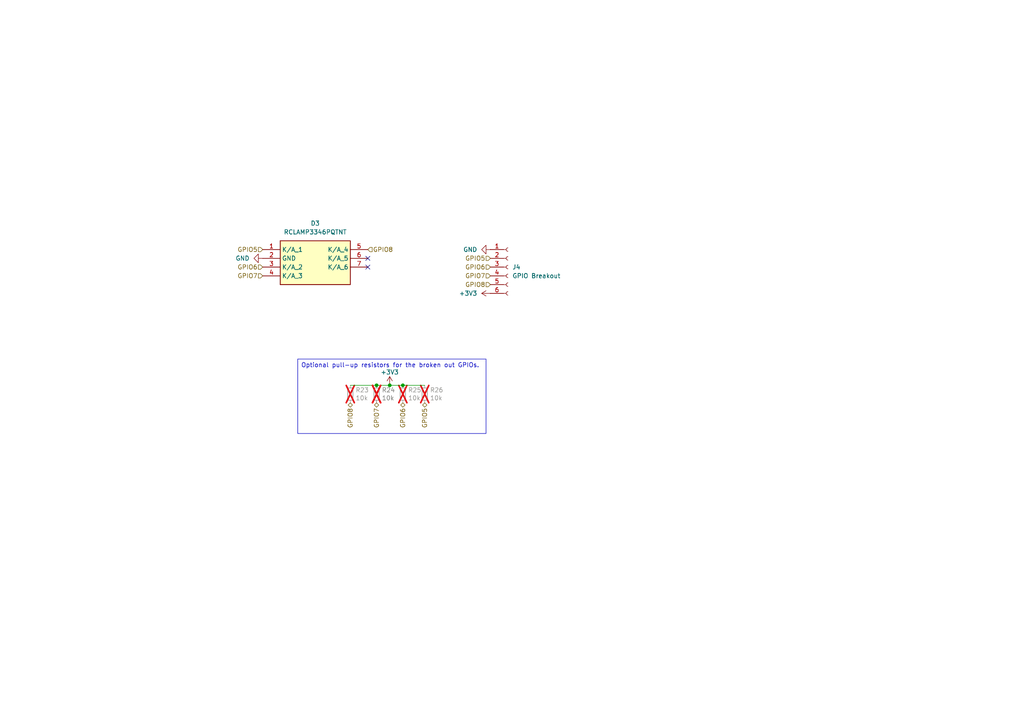
<source format=kicad_sch>
(kicad_sch
	(version 20231120)
	(generator "eeschema")
	(generator_version "8.0")
	(uuid "81ca412f-fc73-43dd-aed4-d44c852897cc")
	(paper "A4")
	(lib_symbols
		(symbol "Connector:Conn_01x06_Socket"
			(pin_names
				(offset 1.016) hide)
			(exclude_from_sim no)
			(in_bom yes)
			(on_board yes)
			(property "Reference" "J"
				(at 0 7.62 0)
				(effects
					(font
						(size 1.27 1.27)
					)
				)
			)
			(property "Value" "Conn_01x06_Socket"
				(at 0 -10.16 0)
				(effects
					(font
						(size 1.27 1.27)
					)
				)
			)
			(property "Footprint" ""
				(at 0 0 0)
				(effects
					(font
						(size 1.27 1.27)
					)
					(hide yes)
				)
			)
			(property "Datasheet" "~"
				(at 0 0 0)
				(effects
					(font
						(size 1.27 1.27)
					)
					(hide yes)
				)
			)
			(property "Description" "Generic connector, single row, 01x06, script generated"
				(at 0 0 0)
				(effects
					(font
						(size 1.27 1.27)
					)
					(hide yes)
				)
			)
			(property "ki_locked" ""
				(at 0 0 0)
				(effects
					(font
						(size 1.27 1.27)
					)
				)
			)
			(property "ki_keywords" "connector"
				(at 0 0 0)
				(effects
					(font
						(size 1.27 1.27)
					)
					(hide yes)
				)
			)
			(property "ki_fp_filters" "Connector*:*_1x??_*"
				(at 0 0 0)
				(effects
					(font
						(size 1.27 1.27)
					)
					(hide yes)
				)
			)
			(symbol "Conn_01x06_Socket_1_1"
				(arc
					(start 0 -7.112)
					(mid -0.5058 -7.62)
					(end 0 -8.128)
					(stroke
						(width 0.1524)
						(type default)
					)
					(fill
						(type none)
					)
				)
				(arc
					(start 0 -4.572)
					(mid -0.5058 -5.08)
					(end 0 -5.588)
					(stroke
						(width 0.1524)
						(type default)
					)
					(fill
						(type none)
					)
				)
				(arc
					(start 0 -2.032)
					(mid -0.5058 -2.54)
					(end 0 -3.048)
					(stroke
						(width 0.1524)
						(type default)
					)
					(fill
						(type none)
					)
				)
				(polyline
					(pts
						(xy -1.27 -7.62) (xy -0.508 -7.62)
					)
					(stroke
						(width 0.1524)
						(type default)
					)
					(fill
						(type none)
					)
				)
				(polyline
					(pts
						(xy -1.27 -5.08) (xy -0.508 -5.08)
					)
					(stroke
						(width 0.1524)
						(type default)
					)
					(fill
						(type none)
					)
				)
				(polyline
					(pts
						(xy -1.27 -2.54) (xy -0.508 -2.54)
					)
					(stroke
						(width 0.1524)
						(type default)
					)
					(fill
						(type none)
					)
				)
				(polyline
					(pts
						(xy -1.27 0) (xy -0.508 0)
					)
					(stroke
						(width 0.1524)
						(type default)
					)
					(fill
						(type none)
					)
				)
				(polyline
					(pts
						(xy -1.27 2.54) (xy -0.508 2.54)
					)
					(stroke
						(width 0.1524)
						(type default)
					)
					(fill
						(type none)
					)
				)
				(polyline
					(pts
						(xy -1.27 5.08) (xy -0.508 5.08)
					)
					(stroke
						(width 0.1524)
						(type default)
					)
					(fill
						(type none)
					)
				)
				(arc
					(start 0 0.508)
					(mid -0.5058 0)
					(end 0 -0.508)
					(stroke
						(width 0.1524)
						(type default)
					)
					(fill
						(type none)
					)
				)
				(arc
					(start 0 3.048)
					(mid -0.5058 2.54)
					(end 0 2.032)
					(stroke
						(width 0.1524)
						(type default)
					)
					(fill
						(type none)
					)
				)
				(arc
					(start 0 5.588)
					(mid -0.5058 5.08)
					(end 0 4.572)
					(stroke
						(width 0.1524)
						(type default)
					)
					(fill
						(type none)
					)
				)
				(pin passive line
					(at -5.08 5.08 0)
					(length 3.81)
					(name "Pin_1"
						(effects
							(font
								(size 1.27 1.27)
							)
						)
					)
					(number "1"
						(effects
							(font
								(size 1.27 1.27)
							)
						)
					)
				)
				(pin passive line
					(at -5.08 2.54 0)
					(length 3.81)
					(name "Pin_2"
						(effects
							(font
								(size 1.27 1.27)
							)
						)
					)
					(number "2"
						(effects
							(font
								(size 1.27 1.27)
							)
						)
					)
				)
				(pin passive line
					(at -5.08 0 0)
					(length 3.81)
					(name "Pin_3"
						(effects
							(font
								(size 1.27 1.27)
							)
						)
					)
					(number "3"
						(effects
							(font
								(size 1.27 1.27)
							)
						)
					)
				)
				(pin passive line
					(at -5.08 -2.54 0)
					(length 3.81)
					(name "Pin_4"
						(effects
							(font
								(size 1.27 1.27)
							)
						)
					)
					(number "4"
						(effects
							(font
								(size 1.27 1.27)
							)
						)
					)
				)
				(pin passive line
					(at -5.08 -5.08 0)
					(length 3.81)
					(name "Pin_5"
						(effects
							(font
								(size 1.27 1.27)
							)
						)
					)
					(number "5"
						(effects
							(font
								(size 1.27 1.27)
							)
						)
					)
				)
				(pin passive line
					(at -5.08 -7.62 0)
					(length 3.81)
					(name "Pin_6"
						(effects
							(font
								(size 1.27 1.27)
							)
						)
					)
					(number "6"
						(effects
							(font
								(size 1.27 1.27)
							)
						)
					)
				)
			)
		)
		(symbol "Device:R_Small"
			(pin_numbers hide)
			(pin_names
				(offset 0.254) hide)
			(exclude_from_sim no)
			(in_bom yes)
			(on_board yes)
			(property "Reference" "R"
				(at 0.762 0.508 0)
				(effects
					(font
						(size 1.27 1.27)
					)
					(justify left)
				)
			)
			(property "Value" "R_Small"
				(at 0.762 -1.016 0)
				(effects
					(font
						(size 1.27 1.27)
					)
					(justify left)
				)
			)
			(property "Footprint" ""
				(at 0 0 0)
				(effects
					(font
						(size 1.27 1.27)
					)
					(hide yes)
				)
			)
			(property "Datasheet" "~"
				(at 0 0 0)
				(effects
					(font
						(size 1.27 1.27)
					)
					(hide yes)
				)
			)
			(property "Description" "Resistor, small symbol"
				(at 0 0 0)
				(effects
					(font
						(size 1.27 1.27)
					)
					(hide yes)
				)
			)
			(property "ki_keywords" "R resistor"
				(at 0 0 0)
				(effects
					(font
						(size 1.27 1.27)
					)
					(hide yes)
				)
			)
			(property "ki_fp_filters" "R_*"
				(at 0 0 0)
				(effects
					(font
						(size 1.27 1.27)
					)
					(hide yes)
				)
			)
			(symbol "R_Small_0_1"
				(rectangle
					(start -0.762 1.778)
					(end 0.762 -1.778)
					(stroke
						(width 0.2032)
						(type default)
					)
					(fill
						(type none)
					)
				)
			)
			(symbol "R_Small_1_1"
				(pin passive line
					(at 0 2.54 270)
					(length 0.762)
					(name "~"
						(effects
							(font
								(size 1.27 1.27)
							)
						)
					)
					(number "1"
						(effects
							(font
								(size 1.27 1.27)
							)
						)
					)
				)
				(pin passive line
					(at 0 -2.54 90)
					(length 0.762)
					(name "~"
						(effects
							(font
								(size 1.27 1.27)
							)
						)
					)
					(number "2"
						(effects
							(font
								(size 1.27 1.27)
							)
						)
					)
				)
			)
		)
		(symbol "iclr:RCLAMP3346PQTNT"
			(exclude_from_sim no)
			(in_bom yes)
			(on_board yes)
			(property "Reference" "D"
				(at 26.67 7.62 0)
				(effects
					(font
						(size 1.27 1.27)
					)
					(justify left top)
				)
			)
			(property "Value" "RCLAMP3346PQTNT"
				(at 26.67 5.08 0)
				(effects
					(font
						(size 1.27 1.27)
					)
					(justify left top)
				)
			)
			(property "Footprint" "iclr:RCLAMP3346PQTNT"
				(at 26.67 -94.92 0)
				(effects
					(font
						(size 1.27 1.27)
					)
					(justify left top)
					(hide yes)
				)
			)
			(property "Datasheet" ""
				(at 26.67 -194.92 0)
				(effects
					(font
						(size 1.27 1.27)
					)
					(justify left top)
					(hide yes)
				)
			)
			(property "Description" "ESD Suppressors / TVS Diodes 6Line ESD protection automotive grade"
				(at 0 0 0)
				(effects
					(font
						(size 1.27 1.27)
					)
					(hide yes)
				)
			)
			(property "Height" "0.53"
				(at 26.67 -394.92 0)
				(effects
					(font
						(size 1.27 1.27)
					)
					(justify left top)
					(hide yes)
				)
			)
			(property "Mouser Part Number" "947-RCLAMP3346PQTNT"
				(at 26.67 -494.92 0)
				(effects
					(font
						(size 1.27 1.27)
					)
					(justify left top)
					(hide yes)
				)
			)
			(property "Mouser Price/Stock" "https://www.mouser.co.uk/ProductDetail/Semtech/RCLAMP3346PQTNT?qs=gTYE2QTfZfTlZML4DB76Nw%3D%3D"
				(at 26.67 -594.92 0)
				(effects
					(font
						(size 1.27 1.27)
					)
					(justify left top)
					(hide yes)
				)
			)
			(property "Manufacturer_Name" "SEMTECH"
				(at 26.67 -694.92 0)
				(effects
					(font
						(size 1.27 1.27)
					)
					(justify left top)
					(hide yes)
				)
			)
			(property "Manufacturer_Part_Number" "RCLAMP3346PQTNT"
				(at 26.67 -794.92 0)
				(effects
					(font
						(size 1.27 1.27)
					)
					(justify left top)
					(hide yes)
				)
			)
			(symbol "RCLAMP3346PQTNT_1_1"
				(rectangle
					(start 5.08 2.54)
					(end 25.4 -10.16)
					(stroke
						(width 0.254)
						(type default)
					)
					(fill
						(type background)
					)
				)
				(pin passive line
					(at 0 0 0)
					(length 5.08)
					(name "K/A_1"
						(effects
							(font
								(size 1.27 1.27)
							)
						)
					)
					(number "1"
						(effects
							(font
								(size 1.27 1.27)
							)
						)
					)
				)
				(pin passive line
					(at 0 -2.54 0)
					(length 5.08)
					(name "GND"
						(effects
							(font
								(size 1.27 1.27)
							)
						)
					)
					(number "2"
						(effects
							(font
								(size 1.27 1.27)
							)
						)
					)
				)
				(pin passive line
					(at 0 -5.08 0)
					(length 5.08)
					(name "K/A_2"
						(effects
							(font
								(size 1.27 1.27)
							)
						)
					)
					(number "3"
						(effects
							(font
								(size 1.27 1.27)
							)
						)
					)
				)
				(pin passive line
					(at 0 -7.62 0)
					(length 5.08)
					(name "K/A_3"
						(effects
							(font
								(size 1.27 1.27)
							)
						)
					)
					(number "4"
						(effects
							(font
								(size 1.27 1.27)
							)
						)
					)
				)
				(pin passive line
					(at 30.48 0 180)
					(length 5.08)
					(name "K/A_4"
						(effects
							(font
								(size 1.27 1.27)
							)
						)
					)
					(number "5"
						(effects
							(font
								(size 1.27 1.27)
							)
						)
					)
				)
				(pin passive line
					(at 30.48 -2.54 180)
					(length 5.08)
					(name "K/A_5"
						(effects
							(font
								(size 1.27 1.27)
							)
						)
					)
					(number "6"
						(effects
							(font
								(size 1.27 1.27)
							)
						)
					)
				)
				(pin passive line
					(at 30.48 -5.08 180)
					(length 5.08)
					(name "K/A_6"
						(effects
							(font
								(size 1.27 1.27)
							)
						)
					)
					(number "7"
						(effects
							(font
								(size 1.27 1.27)
							)
						)
					)
				)
			)
		)
		(symbol "power:+3.3V"
			(power)
			(pin_names
				(offset 0)
			)
			(exclude_from_sim no)
			(in_bom yes)
			(on_board yes)
			(property "Reference" "#PWR"
				(at 0 -3.81 0)
				(effects
					(font
						(size 1.27 1.27)
					)
					(hide yes)
				)
			)
			(property "Value" "+3.3V"
				(at 0 3.556 0)
				(effects
					(font
						(size 1.27 1.27)
					)
				)
			)
			(property "Footprint" ""
				(at 0 0 0)
				(effects
					(font
						(size 1.27 1.27)
					)
					(hide yes)
				)
			)
			(property "Datasheet" ""
				(at 0 0 0)
				(effects
					(font
						(size 1.27 1.27)
					)
					(hide yes)
				)
			)
			(property "Description" "Power symbol creates a global label with name \"+3.3V\""
				(at 0 0 0)
				(effects
					(font
						(size 1.27 1.27)
					)
					(hide yes)
				)
			)
			(property "ki_keywords" "power-flag"
				(at 0 0 0)
				(effects
					(font
						(size 1.27 1.27)
					)
					(hide yes)
				)
			)
			(symbol "+3.3V_0_1"
				(polyline
					(pts
						(xy -0.762 1.27) (xy 0 2.54)
					)
					(stroke
						(width 0)
						(type default)
					)
					(fill
						(type none)
					)
				)
				(polyline
					(pts
						(xy 0 0) (xy 0 2.54)
					)
					(stroke
						(width 0)
						(type default)
					)
					(fill
						(type none)
					)
				)
				(polyline
					(pts
						(xy 0 2.54) (xy 0.762 1.27)
					)
					(stroke
						(width 0)
						(type default)
					)
					(fill
						(type none)
					)
				)
			)
			(symbol "+3.3V_1_1"
				(pin power_in line
					(at 0 0 90)
					(length 0) hide
					(name "+3V3"
						(effects
							(font
								(size 1.27 1.27)
							)
						)
					)
					(number "1"
						(effects
							(font
								(size 1.27 1.27)
							)
						)
					)
				)
			)
		)
		(symbol "power:+3V3"
			(power)
			(pin_numbers hide)
			(pin_names
				(offset 0) hide)
			(exclude_from_sim no)
			(in_bom yes)
			(on_board yes)
			(property "Reference" "#PWR"
				(at 0 -3.81 0)
				(effects
					(font
						(size 1.27 1.27)
					)
					(hide yes)
				)
			)
			(property "Value" "+3V3"
				(at 0 3.556 0)
				(effects
					(font
						(size 1.27 1.27)
					)
				)
			)
			(property "Footprint" ""
				(at 0 0 0)
				(effects
					(font
						(size 1.27 1.27)
					)
					(hide yes)
				)
			)
			(property "Datasheet" ""
				(at 0 0 0)
				(effects
					(font
						(size 1.27 1.27)
					)
					(hide yes)
				)
			)
			(property "Description" "Power symbol creates a global label with name \"+3V3\""
				(at 0 0 0)
				(effects
					(font
						(size 1.27 1.27)
					)
					(hide yes)
				)
			)
			(property "ki_keywords" "global power"
				(at 0 0 0)
				(effects
					(font
						(size 1.27 1.27)
					)
					(hide yes)
				)
			)
			(symbol "+3V3_0_1"
				(polyline
					(pts
						(xy -0.762 1.27) (xy 0 2.54)
					)
					(stroke
						(width 0)
						(type default)
					)
					(fill
						(type none)
					)
				)
				(polyline
					(pts
						(xy 0 0) (xy 0 2.54)
					)
					(stroke
						(width 0)
						(type default)
					)
					(fill
						(type none)
					)
				)
				(polyline
					(pts
						(xy 0 2.54) (xy 0.762 1.27)
					)
					(stroke
						(width 0)
						(type default)
					)
					(fill
						(type none)
					)
				)
			)
			(symbol "+3V3_1_1"
				(pin power_in line
					(at 0 0 90)
					(length 0)
					(name "~"
						(effects
							(font
								(size 1.27 1.27)
							)
						)
					)
					(number "1"
						(effects
							(font
								(size 1.27 1.27)
							)
						)
					)
				)
			)
		)
		(symbol "power:GND"
			(power)
			(pin_numbers hide)
			(pin_names
				(offset 0) hide)
			(exclude_from_sim no)
			(in_bom yes)
			(on_board yes)
			(property "Reference" "#PWR"
				(at 0 -6.35 0)
				(effects
					(font
						(size 1.27 1.27)
					)
					(hide yes)
				)
			)
			(property "Value" "GND"
				(at 0 -3.81 0)
				(effects
					(font
						(size 1.27 1.27)
					)
				)
			)
			(property "Footprint" ""
				(at 0 0 0)
				(effects
					(font
						(size 1.27 1.27)
					)
					(hide yes)
				)
			)
			(property "Datasheet" ""
				(at 0 0 0)
				(effects
					(font
						(size 1.27 1.27)
					)
					(hide yes)
				)
			)
			(property "Description" "Power symbol creates a global label with name \"GND\" , ground"
				(at 0 0 0)
				(effects
					(font
						(size 1.27 1.27)
					)
					(hide yes)
				)
			)
			(property "ki_keywords" "global power"
				(at 0 0 0)
				(effects
					(font
						(size 1.27 1.27)
					)
					(hide yes)
				)
			)
			(symbol "GND_0_1"
				(polyline
					(pts
						(xy 0 0) (xy 0 -1.27) (xy 1.27 -1.27) (xy 0 -2.54) (xy -1.27 -1.27) (xy 0 -1.27)
					)
					(stroke
						(width 0)
						(type default)
					)
					(fill
						(type none)
					)
				)
			)
			(symbol "GND_1_1"
				(pin power_in line
					(at 0 0 270)
					(length 0)
					(name "~"
						(effects
							(font
								(size 1.27 1.27)
							)
						)
					)
					(number "1"
						(effects
							(font
								(size 1.27 1.27)
							)
						)
					)
				)
			)
		)
	)
	(junction
		(at 109.22 111.76)
		(diameter 0)
		(color 0 0 0 0)
		(uuid "76d0050e-f769-4d67-9bca-5d8d23afec45")
	)
	(junction
		(at 113.03 111.76)
		(diameter 0)
		(color 0 0 0 0)
		(uuid "abddfb0a-3fe2-4222-a802-956eb2a319dd")
	)
	(junction
		(at 116.84 111.76)
		(diameter 0)
		(color 0 0 0 0)
		(uuid "b52481ed-6864-4fb6-8b10-7749cdc0651d")
	)
	(no_connect
		(at 106.68 77.47)
		(uuid "09721904-df0f-4124-8db6-b265affe199d")
	)
	(no_connect
		(at 106.68 74.93)
		(uuid "8d984f49-ecad-44cd-858a-7658c8a3290d")
	)
	(wire
		(pts
			(xy 116.84 111.76) (xy 123.19 111.76)
		)
		(stroke
			(width 0)
			(type default)
		)
		(uuid "39b4d36c-a62f-4c3a-a363-579425dc006c")
	)
	(wire
		(pts
			(xy 113.03 111.76) (xy 116.84 111.76)
		)
		(stroke
			(width 0)
			(type default)
		)
		(uuid "4e2e3494-2d29-4de5-aa11-7fd45311ba5f")
	)
	(wire
		(pts
			(xy 101.6 111.76) (xy 109.22 111.76)
		)
		(stroke
			(width 0)
			(type default)
		)
		(uuid "ae58849b-304c-4147-9999-039842c25c8e")
	)
	(wire
		(pts
			(xy 109.22 111.76) (xy 113.03 111.76)
		)
		(stroke
			(width 0)
			(type default)
		)
		(uuid "f550a7aa-33bb-42d4-b0d3-93fb1b2f20ee")
	)
	(text_box "Optional pull-up resistors for the broken out GPIOs."
		(exclude_from_sim no)
		(at 86.36 104.14 0)
		(size 54.61 21.59)
		(stroke
			(width 0)
			(type default)
		)
		(fill
			(type none)
		)
		(effects
			(font
				(size 1.27 1.27)
			)
			(justify left top)
		)
		(uuid "03a6ecd0-dd7f-4528-81d2-98f620dedf17")
	)
	(hierarchical_label "GPIO5"
		(shape input)
		(at 76.2 72.39 180)
		(fields_autoplaced yes)
		(effects
			(font
				(size 1.27 1.27)
			)
			(justify right)
		)
		(uuid "3ede2bc9-3a49-4927-acaa-80843ae22b23")
	)
	(hierarchical_label "GPIO8"
		(shape bidirectional)
		(at 101.6 116.84 270)
		(fields_autoplaced yes)
		(effects
			(font
				(size 1.27 1.27)
			)
			(justify right)
		)
		(uuid "7eec5202-aca3-47f3-8a05-f5a4e96743bd")
	)
	(hierarchical_label "GPIO7"
		(shape input)
		(at 142.24 80.01 180)
		(fields_autoplaced yes)
		(effects
			(font
				(size 1.27 1.27)
			)
			(justify right)
		)
		(uuid "893b8548-fa87-4380-8e47-dc149cc9a635")
	)
	(hierarchical_label "GPIO8"
		(shape input)
		(at 106.68 72.39 0)
		(fields_autoplaced yes)
		(effects
			(font
				(size 1.27 1.27)
			)
			(justify left)
		)
		(uuid "94950bcc-5524-4c08-b5d2-1eec6f5f71f5")
	)
	(hierarchical_label "GPIO6"
		(shape bidirectional)
		(at 116.84 116.84 270)
		(fields_autoplaced yes)
		(effects
			(font
				(size 1.27 1.27)
			)
			(justify right)
		)
		(uuid "9a97c499-a50e-4e06-8b26-aae639f79c2e")
	)
	(hierarchical_label "GPIO5"
		(shape bidirectional)
		(at 123.19 116.84 270)
		(fields_autoplaced yes)
		(effects
			(font
				(size 1.27 1.27)
			)
			(justify right)
		)
		(uuid "9ec02150-898d-44a7-81f2-4009f25b4e79")
	)
	(hierarchical_label "GPIO7"
		(shape input)
		(at 76.2 80.01 180)
		(fields_autoplaced yes)
		(effects
			(font
				(size 1.27 1.27)
			)
			(justify right)
		)
		(uuid "a613ac75-df1f-41e6-8981-946d64338884")
	)
	(hierarchical_label "GPIO6"
		(shape input)
		(at 76.2 77.47 180)
		(fields_autoplaced yes)
		(effects
			(font
				(size 1.27 1.27)
			)
			(justify right)
		)
		(uuid "acd92684-350c-4b2d-93e4-d99cf772ae55")
	)
	(hierarchical_label "GPIO8"
		(shape input)
		(at 142.24 82.55 180)
		(fields_autoplaced yes)
		(effects
			(font
				(size 1.27 1.27)
			)
			(justify right)
		)
		(uuid "d6e25fb8-0e09-47af-969c-22872fb2d964")
	)
	(hierarchical_label "GPIO7"
		(shape bidirectional)
		(at 109.22 116.84 270)
		(fields_autoplaced yes)
		(effects
			(font
				(size 1.27 1.27)
			)
			(justify right)
		)
		(uuid "e51bddcb-d9f6-4890-a8b3-7f61f9121b35")
	)
	(hierarchical_label "GPIO5"
		(shape input)
		(at 142.24 74.93 180)
		(fields_autoplaced yes)
		(effects
			(font
				(size 1.27 1.27)
			)
			(justify right)
		)
		(uuid "e685cc90-3116-420d-85ed-c82dae96d918")
	)
	(hierarchical_label "GPIO6"
		(shape input)
		(at 142.24 77.47 180)
		(fields_autoplaced yes)
		(effects
			(font
				(size 1.27 1.27)
			)
			(justify right)
		)
		(uuid "e8af4a68-c2a7-4cad-aefd-adab63012aa7")
	)
	(symbol
		(lib_id "power:GND")
		(at 142.24 72.39 270)
		(unit 1)
		(exclude_from_sim no)
		(in_bom yes)
		(on_board yes)
		(dnp no)
		(fields_autoplaced yes)
		(uuid "05e88d9a-1d93-45aa-bc92-87afbc4c21da")
		(property "Reference" "#PWR064"
			(at 135.89 72.39 0)
			(effects
				(font
					(size 1.27 1.27)
				)
				(hide yes)
			)
		)
		(property "Value" "GND"
			(at 138.43 72.3899 90)
			(effects
				(font
					(size 1.27 1.27)
				)
				(justify right)
			)
		)
		(property "Footprint" ""
			(at 142.24 72.39 0)
			(effects
				(font
					(size 1.27 1.27)
				)
				(hide yes)
			)
		)
		(property "Datasheet" ""
			(at 142.24 72.39 0)
			(effects
				(font
					(size 1.27 1.27)
				)
				(hide yes)
			)
		)
		(property "Description" "Power symbol creates a global label with name \"GND\" , ground"
			(at 142.24 72.39 0)
			(effects
				(font
					(size 1.27 1.27)
				)
				(hide yes)
			)
		)
		(pin "1"
			(uuid "d74c40ad-8ef8-46e2-bf60-594d2b787ce0")
		)
		(instances
			(project ""
				(path "/7db990e4-92e1-4f99-b4d2-435bbec1ba83/9bed079e-823f-4645-a2e6-8d6388968c94"
					(reference "#PWR064")
					(unit 1)
				)
			)
		)
	)
	(symbol
		(lib_id "Device:R_Small")
		(at 123.19 114.3 0)
		(unit 1)
		(exclude_from_sim no)
		(in_bom yes)
		(on_board yes)
		(dnp yes)
		(uuid "0dedbc4c-a08c-4ea9-85b8-94372a727d92")
		(property "Reference" "R26"
			(at 124.6886 113.1316 0)
			(effects
				(font
					(size 1.27 1.27)
				)
				(justify left)
			)
		)
		(property "Value" "10k"
			(at 124.6886 115.443 0)
			(effects
				(font
					(size 1.27 1.27)
				)
				(justify left)
			)
		)
		(property "Footprint" "Resistor_SMD:R_0402_1005Metric"
			(at 123.19 114.3 0)
			(effects
				(font
					(size 1.27 1.27)
				)
				(hide yes)
			)
		)
		(property "Datasheet" "~"
			(at 123.19 114.3 0)
			(effects
				(font
					(size 1.27 1.27)
				)
				(hide yes)
			)
		)
		(property "Description" ""
			(at 123.19 114.3 0)
			(effects
				(font
					(size 1.27 1.27)
				)
				(hide yes)
			)
		)
		(pin "1"
			(uuid "6b5cdc5e-389a-41cd-9d74-155685127b66")
		)
		(pin "2"
			(uuid "3db453f8-0d29-492b-9a75-30c1eeeb1fe3")
		)
		(instances
			(project "Typhoon"
				(path "/7db990e4-92e1-4f99-b4d2-435bbec1ba83/9bed079e-823f-4645-a2e6-8d6388968c94"
					(reference "R26")
					(unit 1)
				)
			)
		)
	)
	(symbol
		(lib_id "power:GND")
		(at 76.2 74.93 270)
		(unit 1)
		(exclude_from_sim no)
		(in_bom yes)
		(on_board yes)
		(dnp no)
		(fields_autoplaced yes)
		(uuid "6761770b-38f0-4975-946f-38efebc43bbf")
		(property "Reference" "#PWR062"
			(at 69.85 74.93 0)
			(effects
				(font
					(size 1.27 1.27)
				)
				(hide yes)
			)
		)
		(property "Value" "GND"
			(at 72.39 74.9299 90)
			(effects
				(font
					(size 1.27 1.27)
				)
				(justify right)
			)
		)
		(property "Footprint" ""
			(at 76.2 74.93 0)
			(effects
				(font
					(size 1.27 1.27)
				)
				(hide yes)
			)
		)
		(property "Datasheet" ""
			(at 76.2 74.93 0)
			(effects
				(font
					(size 1.27 1.27)
				)
				(hide yes)
			)
		)
		(property "Description" "Power symbol creates a global label with name \"GND\" , ground"
			(at 76.2 74.93 0)
			(effects
				(font
					(size 1.27 1.27)
				)
				(hide yes)
			)
		)
		(pin "1"
			(uuid "aa7a18af-9f72-487a-ba8c-1dba50d8ae74")
		)
		(instances
			(project ""
				(path "/7db990e4-92e1-4f99-b4d2-435bbec1ba83/9bed079e-823f-4645-a2e6-8d6388968c94"
					(reference "#PWR062")
					(unit 1)
				)
			)
		)
	)
	(symbol
		(lib_id "power:+3.3V")
		(at 113.03 111.76 0)
		(unit 1)
		(exclude_from_sim no)
		(in_bom yes)
		(on_board yes)
		(dnp no)
		(fields_autoplaced yes)
		(uuid "927081b0-7718-40c4-831a-85b804a91070")
		(property "Reference" "#PWR065"
			(at 113.03 115.57 0)
			(effects
				(font
					(size 1.27 1.27)
				)
				(hide yes)
			)
		)
		(property "Value" "+3V3"
			(at 113.03 107.95 0)
			(effects
				(font
					(size 1.27 1.27)
				)
			)
		)
		(property "Footprint" ""
			(at 113.03 111.76 0)
			(effects
				(font
					(size 1.27 1.27)
				)
				(hide yes)
			)
		)
		(property "Datasheet" ""
			(at 113.03 111.76 0)
			(effects
				(font
					(size 1.27 1.27)
				)
				(hide yes)
			)
		)
		(property "Description" ""
			(at 113.03 111.76 0)
			(effects
				(font
					(size 1.27 1.27)
				)
				(hide yes)
			)
		)
		(pin "1"
			(uuid "97a7b363-a215-40e0-80be-28015f2cbda3")
		)
		(instances
			(project "Typhoon"
				(path "/7db990e4-92e1-4f99-b4d2-435bbec1ba83/9bed079e-823f-4645-a2e6-8d6388968c94"
					(reference "#PWR065")
					(unit 1)
				)
			)
		)
	)
	(symbol
		(lib_id "Device:R_Small")
		(at 109.22 114.3 0)
		(unit 1)
		(exclude_from_sim no)
		(in_bom yes)
		(on_board yes)
		(dnp yes)
		(uuid "a3ab8899-934a-45ec-96d2-34e8ded688b2")
		(property "Reference" "R24"
			(at 110.7186 113.1316 0)
			(effects
				(font
					(size 1.27 1.27)
				)
				(justify left)
			)
		)
		(property "Value" "10k"
			(at 110.7186 115.443 0)
			(effects
				(font
					(size 1.27 1.27)
				)
				(justify left)
			)
		)
		(property "Footprint" "Resistor_SMD:R_0402_1005Metric"
			(at 109.22 114.3 0)
			(effects
				(font
					(size 1.27 1.27)
				)
				(hide yes)
			)
		)
		(property "Datasheet" "~"
			(at 109.22 114.3 0)
			(effects
				(font
					(size 1.27 1.27)
				)
				(hide yes)
			)
		)
		(property "Description" ""
			(at 109.22 114.3 0)
			(effects
				(font
					(size 1.27 1.27)
				)
				(hide yes)
			)
		)
		(pin "1"
			(uuid "81fe0d1c-b6c0-454f-a707-ecc1962c3965")
		)
		(pin "2"
			(uuid "b1080433-974f-4b69-9ec4-6c835a26b4ce")
		)
		(instances
			(project "Typhoon"
				(path "/7db990e4-92e1-4f99-b4d2-435bbec1ba83/9bed079e-823f-4645-a2e6-8d6388968c94"
					(reference "R24")
					(unit 1)
				)
			)
		)
	)
	(symbol
		(lib_id "Device:R_Small")
		(at 116.84 114.3 0)
		(unit 1)
		(exclude_from_sim no)
		(in_bom yes)
		(on_board yes)
		(dnp yes)
		(uuid "b1740e2b-ade8-40ff-9960-07cd0d567133")
		(property "Reference" "R25"
			(at 118.3386 113.1316 0)
			(effects
				(font
					(size 1.27 1.27)
				)
				(justify left)
			)
		)
		(property "Value" "10k"
			(at 118.3386 115.443 0)
			(effects
				(font
					(size 1.27 1.27)
				)
				(justify left)
			)
		)
		(property "Footprint" "Resistor_SMD:R_0402_1005Metric"
			(at 116.84 114.3 0)
			(effects
				(font
					(size 1.27 1.27)
				)
				(hide yes)
			)
		)
		(property "Datasheet" "~"
			(at 116.84 114.3 0)
			(effects
				(font
					(size 1.27 1.27)
				)
				(hide yes)
			)
		)
		(property "Description" ""
			(at 116.84 114.3 0)
			(effects
				(font
					(size 1.27 1.27)
				)
				(hide yes)
			)
		)
		(pin "1"
			(uuid "31596e6c-809d-434a-9569-de49ab11e7c9")
		)
		(pin "2"
			(uuid "eb56ff24-5f08-4169-90b8-19aa8e6bec9c")
		)
		(instances
			(project "Typhoon"
				(path "/7db990e4-92e1-4f99-b4d2-435bbec1ba83/9bed079e-823f-4645-a2e6-8d6388968c94"
					(reference "R25")
					(unit 1)
				)
			)
		)
	)
	(symbol
		(lib_id "power:+3V3")
		(at 142.24 85.09 90)
		(unit 1)
		(exclude_from_sim no)
		(in_bom yes)
		(on_board yes)
		(dnp no)
		(fields_autoplaced yes)
		(uuid "ba6f21f4-416b-4cbe-a5b6-4fb9ce33eec1")
		(property "Reference" "#PWR063"
			(at 146.05 85.09 0)
			(effects
				(font
					(size 1.27 1.27)
				)
				(hide yes)
			)
		)
		(property "Value" "+3V3"
			(at 138.43 85.0899 90)
			(effects
				(font
					(size 1.27 1.27)
				)
				(justify left)
			)
		)
		(property "Footprint" ""
			(at 142.24 85.09 0)
			(effects
				(font
					(size 1.27 1.27)
				)
				(hide yes)
			)
		)
		(property "Datasheet" ""
			(at 142.24 85.09 0)
			(effects
				(font
					(size 1.27 1.27)
				)
				(hide yes)
			)
		)
		(property "Description" "Power symbol creates a global label with name \"+3V3\""
			(at 142.24 85.09 0)
			(effects
				(font
					(size 1.27 1.27)
				)
				(hide yes)
			)
		)
		(pin "1"
			(uuid "560582a5-3a71-487c-a30a-14a09952e7d4")
		)
		(instances
			(project ""
				(path "/7db990e4-92e1-4f99-b4d2-435bbec1ba83/9bed079e-823f-4645-a2e6-8d6388968c94"
					(reference "#PWR063")
					(unit 1)
				)
			)
		)
	)
	(symbol
		(lib_id "Connector:Conn_01x06_Socket")
		(at 147.32 77.47 0)
		(unit 1)
		(exclude_from_sim no)
		(in_bom yes)
		(on_board yes)
		(dnp no)
		(fields_autoplaced yes)
		(uuid "bafba634-c7be-4097-b3a7-5be6f695f9f9")
		(property "Reference" "J4"
			(at 148.59 77.4699 0)
			(effects
				(font
					(size 1.27 1.27)
				)
				(justify left)
			)
		)
		(property "Value" "GPIO Breakout"
			(at 148.59 80.0099 0)
			(effects
				(font
					(size 1.27 1.27)
				)
				(justify left)
			)
		)
		(property "Footprint" ""
			(at 147.32 77.47 0)
			(effects
				(font
					(size 1.27 1.27)
				)
				(hide yes)
			)
		)
		(property "Datasheet" "~"
			(at 147.32 77.47 0)
			(effects
				(font
					(size 1.27 1.27)
				)
				(hide yes)
			)
		)
		(property "Description" "Generic connector, single row, 01x06, script generated"
			(at 147.32 77.47 0)
			(effects
				(font
					(size 1.27 1.27)
				)
				(hide yes)
			)
		)
		(pin "2"
			(uuid "0a1589b5-038e-462d-95a9-b1a4d4bd765e")
		)
		(pin "3"
			(uuid "21126320-a1f7-4356-bf1e-4bf1a057aa4d")
		)
		(pin "4"
			(uuid "95026f2f-8d42-42b4-9c14-92c342626732")
		)
		(pin "1"
			(uuid "4bf48db0-d553-4c7f-9983-d4f18432bc8c")
		)
		(pin "6"
			(uuid "971863e6-ff22-4bde-a23c-09a3f2ae6997")
		)
		(pin "5"
			(uuid "1423f8f1-17b6-4019-ab5a-d1cfb77fafe3")
		)
		(instances
			(project ""
				(path "/7db990e4-92e1-4f99-b4d2-435bbec1ba83/9bed079e-823f-4645-a2e6-8d6388968c94"
					(reference "J4")
					(unit 1)
				)
			)
		)
	)
	(symbol
		(lib_id "iclr:RCLAMP3346PQTNT")
		(at 76.2 72.39 0)
		(unit 1)
		(exclude_from_sim no)
		(in_bom yes)
		(on_board yes)
		(dnp no)
		(fields_autoplaced yes)
		(uuid "c3aac1c3-bbd0-4d72-a823-b1041050b2a6")
		(property "Reference" "D3"
			(at 91.44 64.77 0)
			(effects
				(font
					(size 1.27 1.27)
				)
			)
		)
		(property "Value" "RCLAMP3346PQTNT"
			(at 91.44 67.31 0)
			(effects
				(font
					(size 1.27 1.27)
				)
			)
		)
		(property "Footprint" "iclr:RCLAMP3346PQTNT"
			(at 102.87 167.31 0)
			(effects
				(font
					(size 1.27 1.27)
				)
				(justify left top)
				(hide yes)
			)
		)
		(property "Datasheet" ""
			(at 102.87 267.31 0)
			(effects
				(font
					(size 1.27 1.27)
				)
				(justify left top)
				(hide yes)
			)
		)
		(property "Description" "ESD Suppressors / TVS Diodes 6Line ESD protection automotive grade"
			(at 76.2 72.39 0)
			(effects
				(font
					(size 1.27 1.27)
				)
				(hide yes)
			)
		)
		(property "Height" "0.53"
			(at 102.87 467.31 0)
			(effects
				(font
					(size 1.27 1.27)
				)
				(justify left top)
				(hide yes)
			)
		)
		(property "Mouser Part Number" "947-RCLAMP3346PQTNT"
			(at 102.87 567.31 0)
			(effects
				(font
					(size 1.27 1.27)
				)
				(justify left top)
				(hide yes)
			)
		)
		(property "Mouser Price/Stock" "https://www.mouser.co.uk/ProductDetail/Semtech/RCLAMP3346PQTNT?qs=gTYE2QTfZfTlZML4DB76Nw%3D%3D"
			(at 102.87 667.31 0)
			(effects
				(font
					(size 1.27 1.27)
				)
				(justify left top)
				(hide yes)
			)
		)
		(property "Manufacturer_Name" "SEMTECH"
			(at 102.87 767.31 0)
			(effects
				(font
					(size 1.27 1.27)
				)
				(justify left top)
				(hide yes)
			)
		)
		(property "Manufacturer_Part_Number" "RCLAMP3346PQTNT"
			(at 102.87 867.31 0)
			(effects
				(font
					(size 1.27 1.27)
				)
				(justify left top)
				(hide yes)
			)
		)
		(pin "4"
			(uuid "0eb190af-4a06-46b2-a56f-af1e192a4314")
		)
		(pin "5"
			(uuid "b7bd440a-98fc-4882-aeb1-68fb9b41d6c5")
		)
		(pin "1"
			(uuid "00768789-0e71-464f-84aa-894e351edabe")
		)
		(pin "2"
			(uuid "26afb06e-4b61-402b-9ab1-c9e8962b42ec")
		)
		(pin "7"
			(uuid "6a8b9b58-c591-4c52-838f-c72a356a1464")
		)
		(pin "6"
			(uuid "b20e76a5-2a7d-4856-836d-858bccb81b1c")
		)
		(pin "3"
			(uuid "8bc72f39-ae06-413f-b093-10ed3d6281ed")
		)
		(instances
			(project ""
				(path "/7db990e4-92e1-4f99-b4d2-435bbec1ba83/9bed079e-823f-4645-a2e6-8d6388968c94"
					(reference "D3")
					(unit 1)
				)
			)
		)
	)
	(symbol
		(lib_id "Device:R_Small")
		(at 101.6 114.3 0)
		(unit 1)
		(exclude_from_sim no)
		(in_bom yes)
		(on_board yes)
		(dnp yes)
		(uuid "e589449c-9473-40e7-9eba-9ec8720cfa12")
		(property "Reference" "R23"
			(at 103.0986 113.1316 0)
			(effects
				(font
					(size 1.27 1.27)
				)
				(justify left)
			)
		)
		(property "Value" "10k"
			(at 103.0986 115.443 0)
			(effects
				(font
					(size 1.27 1.27)
				)
				(justify left)
			)
		)
		(property "Footprint" "Resistor_SMD:R_0402_1005Metric"
			(at 101.6 114.3 0)
			(effects
				(font
					(size 1.27 1.27)
				)
				(hide yes)
			)
		)
		(property "Datasheet" "~"
			(at 101.6 114.3 0)
			(effects
				(font
					(size 1.27 1.27)
				)
				(hide yes)
			)
		)
		(property "Description" ""
			(at 101.6 114.3 0)
			(effects
				(font
					(size 1.27 1.27)
				)
				(hide yes)
			)
		)
		(pin "1"
			(uuid "f3ff73cc-8c27-41e1-99a9-89eed41ea8c5")
		)
		(pin "2"
			(uuid "327f0cd6-19ab-417c-b504-3a730b190730")
		)
		(instances
			(project "Typhoon"
				(path "/7db990e4-92e1-4f99-b4d2-435bbec1ba83/9bed079e-823f-4645-a2e6-8d6388968c94"
					(reference "R23")
					(unit 1)
				)
			)
		)
	)
)

</source>
